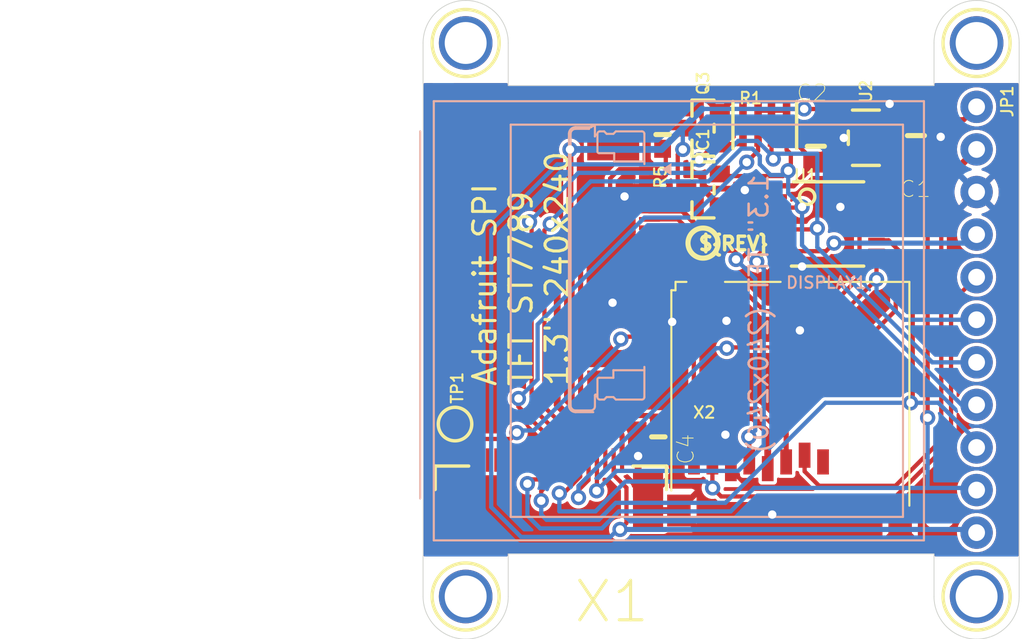
<source format=kicad_pcb>
(kicad_pcb (version 20221018) (generator pcbnew)
  (layers (0 "F.Cu" signal) (1 "In1.Cu" signal) (2 "In2.Cu" signal) (3 "In3.Cu" signal) (4 "In4.Cu" signal) (5 "In5.Cu" signal) (6 "In6.Cu" signal) (7 "In7.Cu" signal) (8 "In8.Cu" signal) (9 "In9.Cu" signal) (10 "In10.Cu" signal) (11 "In11.Cu" signal) (12 "In12.Cu" signal) (13 "In13.Cu" signal) (14 "In14.Cu" signal) (31 "B.Cu" signal) (34 "B.Paste" user) (35 "F.Paste" user) (36 "B.SilkS" user "B.Silkscreen") (37 "F.SilkS" user "F.Silkscreen") (38 "B.Mask" user) (39 "F.Mask" user) (44 "Edge.Cuts" user))
  (net 0 "")
  (net 1 "GND")
  (net 2 "SCK")
  (net 3 "SCK_3V")
  (net 4 "MOSI")
  (net 5 "MOSI_3V")
  (net 6 "MISO")
  (net 7 "+3V3")
  (net 8 "CARDCS")
  (net 9 "CARDCS_3V")
  (net 10 "LEDK")
  (net 11 "BACKLIGHT")
  (net 12 "TFTDC")
  (net 13 "TFTDC_3V")
  (net 14 "TFTCS_3V")
  (net 15 "TFTCS")
  (net 16 "RESET")
  (net 17 "VIN")
  (net 18 "RESET_3V")
  (net 19 "N$1")
  (net 20 "TE")
  (footprint "working:MICROSD" (layer "F.Cu") (at 152.8191 110.3376)
    (fp_text reference "X2")
    (fp_text value "MicroSD")
  )
  (footprint "working:SOT23-WIDE" (layer "F.Cu") (at 147.4216 93.5736 90)
    (fp_text reference "Q3")
    (fp_text value "BSS138")
  )
  (footprint "working:SOT23-WIDE" (layer "F.Cu") (at 147.4216 97.2566 90)
    (fp_text reference "IC1")
    (fp_text value "RESET_SUPERVISORAPX80X_SA")
  )
  (footprint "working:MOUNTINGHOLE_2.5_PLATED" (layer "F.Cu") (at 133.2611 121.5136)
    (fp_text reference "U$8" hide)
    (fp_text value "MOUNTINGHOLE2.5" hide)
  )
  (footprint "working:FIDUCIAL_1MM" (layer "F.Cu") (at 131.9276 91.7956)
    (fp_text reference "U$4" hide)
    (fp_text value "FIDUCIAL" hide)
  )
  (footprint "working:FIDUCIAL_1MM" (layer "F.Cu") (at 161.5186 116.5606)
    (fp_text reference "U$5" hide)
    (fp_text value "FIDUCIAL" hide)
  )
  (footprint "working:PLABEL7" (layer "F.Cu") (at 159.9946 102.9716)
    (fp_text reference "PLABEL7" hide)
    (fp_text value "" hide)
  )
  (footprint "working:PLABEL10" (layer "F.Cu") (at 162.4711 96.1136 90)
    (fp_text reference "PLABEL10" hide)
    (fp_text value "" hide)
  )
  (footprint "working:EYE_SPI_DISPLAY_BOTCONTACT" (layer "F.Cu") (at 138.3411 114.5286)
    (fp_text reference "X1")
    (fp_text value "EYE_SPI_DISPLAY_FLIP")
  )
  (footprint "working:PCBFEAT-REV-040" (layer "F.Cu") (at 147.4216 100.4316)
    (fp_text reference "U$2" hide)
    (fp_text value "" hide)
  )
  (footprint "working:PLABEL3" (layer "F.Cu") (at 159.9946 115.4811)
    (fp_text reference "PLABEL3" hide)
    (fp_text value "" hide)
  )
  (footprint "working:TFT_1.3IN_240X240_24P" (layer "F.Cu") (at 143.6116 101.7651 -90)
    (fp_text reference "DISPLAY1")
    (fp_text value "DISP_LCD_ST7789_1.3IN" hide)
  )
  (footprint "working:PLABEL5" (layer "F.Cu") (at 162.4711 106.5911 90)
    (fp_text reference "PLABEL5" hide)
    (fp_text value "" hide)
  )
  (footprint "working:PLABEL2" (layer "F.Cu") (at 159.8041 113.1951)
    (fp_text reference "PLABEL2" hide)
    (fp_text value "" hide)
  )
  (footprint "working:TESTPOINT_ROUND_1.5MM" (layer "F.Cu") (at 132.6261 111.2266 90)
    (fp_text reference "TP1")
    (fp_text value "")
  )
  (footprint "working:PLABEL9" (layer "F.Cu") (at 159.6771 97.8281)
    (fp_text reference "PLABEL9" hide)
    (fp_text value "" hide)
  )
  (footprint "working:MOUNTINGHOLE_2.5_PLATED" (layer "F.Cu") (at 163.7411 121.5136)
    (fp_text reference "U$10" hide)
    (fp_text value "MOUNTINGHOLE2.5" hide)
  )
  (footprint "working:0603-NO" (layer "F.Cu") (at 144.7546 111.9886 -90)
    (fp_text reference "C4")
    (fp_text value "0.1uF")
  )
  (footprint "working:RESPACK_4X0603" (layer "F.Cu") (at 151.1046 93.3831)
    (fp_text reference "R1")
    (fp_text value "10K pack")
  )
  (footprint "working:PLABEL11" (layer "F.Cu") (at 132.3721 112.9411)
    (fp_text reference "PLABEL11" hide)
    (fp_text value "" hide)
  )
  (footprint "working:MOUNTINGHOLE_2.5_PLATED" (layer "F.Cu") (at 163.7411 88.4936)
    (fp_text reference "U$9" hide)
    (fp_text value "MOUNTINGHOLE2.5" hide)
  )
  (footprint "working:0603-NO" (layer "F.Cu") (at 145.0086 93.9546 -90)
    (fp_text reference "R5")
    (fp_text value "10")
  )
  (footprint "working:0805-NO" (layer "F.Cu") (at 160.1216 94.0181 -90)
    (fp_text reference "C1")
    (fp_text value "10uF")
  )
  (footprint "working:TSSOP16" (layer "F.Cu") (at 154.8511 99.2886 -90)
    (fp_text reference "U1")
    (fp_text value "74HC4050")
  )
  (footprint "working:PLABEL6" (layer "F.Cu") (at 159.9311 100.3681)
    (fp_text reference "PLABEL6" hide)
    (fp_text value "" hide)
  )
  (footprint "working:SOT23-5" (layer "F.Cu") (at 157.1371 94.1451 90)
    (fp_text reference "U2")
    (fp_text value "AP2127K-3.3")
  )
  (footprint "working:PLABEL13" (layer "F.Cu") (at 136.6901 111.6711)
    (fp_text reference "PLABEL13" hide)
    (fp_text value "" hide)
  )
  (footprint "working:PLABEL0" (layer "F.Cu") (at 160.5026 92.3036)
    (fp_text reference "PLABEL0" hide)
    (fp_text value "" hide)
  )
  (footprint "working:1X11_ROUND_76" (layer "F.Cu") (at 163.7411 105.0036 -90)
    (fp_text reference "JP1")
    (fp_text value "")
  )
  (footprint "working:PLABEL8" (layer "F.Cu") (at 160.6296 118.6561)
    (fp_text reference "PLABEL8" hide)
    (fp_text value "" hide)
  )
  (footprint "working:0805-NO" (layer "F.Cu") (at 154.1526 94.6531 90)
    (fp_text reference "C2")
    (fp_text value "10uF")
  )
  (footprint "working:MOUNTINGHOLE_2.5_PLATED" (layer "F.Cu") (at 133.2611 88.4936)
    (fp_text reference "U$7" hide)
    (fp_text value "MOUNTINGHOLE2.5" hide)
  )
  (footprint "working:PLABEL4" (layer "F.Cu") (at 159.9311 108.0516)
    (fp_text reference "PLABEL4" hide)
    (fp_text value "" hide)
  )
  (footprint "working:PLABEL1" (layer "F.Cu") (at 160.0581 110.5281)
    (fp_text reference "PLABEL1" hide)
    (fp_text value "" hide)
  )
  (footprint "working:PLABEL18" (layer "B.Cu") (at 165.4556 103.4161 90)
    (fp_text reference "PLABEL18" hide)
    (fp_text value "" hide)
  )
  (footprint "working:PLABEL15" (layer "B.Cu") (at 162.2806 96.1771 90)
    (fp_text reference "PLABEL15" hide)
    (fp_text value "" hide)
  )
  (footprint "working:PLABEL24" (layer "B.Cu") (at 165.5191 119.1006 90)
    (fp_text reference "PLABEL24" hide)
    (fp_text value "" hide)
  )
  (footprint "working:PLABEL23" (layer "B.Cu") (at 161.8361 116.7511 90)
    (fp_text reference "PLABEL23" hide)
    (fp_text value "" hide)
  )
  (footprint "working:PLABEL14" (layer "B.Cu") (at 165.4556 93.5736 90)
    (fp_text reference "PLABEL14" hide)
    (fp_text value "" hide)
  )
  (footprint "working:PLABEL21" (layer "B.Cu") (at 162.0266 111.3536 90)
    (fp_text reference "PLABEL21" hide)
    (fp_text value "" hide)
  )
  (footprint "working:PLABEL20" (layer "B.Cu") (at 165.4556 108.9406 90)
    (fp_text reference "PLABEL20" hide)
    (fp_text value "" hide)
  )
  (footprint "working:PLABEL22" (layer "B.Cu") (at 165.5826 113.9571 90)
    (fp_text reference "PLABEL22" hide)
    (fp_text value "" hide)
  )
  (footprint "working:PLABEL19" (layer "B.Cu") (at 161.9631 105.6386 90)
    (fp_text reference "PLABEL19" hide)
    (fp_text value "" hide)
  )
  (footprint "working:PLABEL16" (layer "B.Cu") (at 165.4556 99.0346 90)
    (fp_text reference "PLABEL16" hide)
    (fp_text value "" hide)
  )
  (footprint "working:PLABEL17" (layer "B.Cu") (at 162.0266 101.4476 90)
    (fp_text reference "PLABEL17" hide)
    (fp_text value "" hide)
  )
  (gr_arc (start 163.7411 124.0536) (mid 161.945049 123.309651) (end 161.2011 121.5136) (stroke (width 0.05)) (layer "Edge.Cuts"))
  (gr_line (start 166.2811 121.5136) (end 166.2811 88.4936) (stroke (width 0.05)) (layer "Edge.Cuts"))
  (gr_arc (start 130.7211 88.4936) (mid 131.465049 86.697549) (end 133.2611 85.9536) (stroke (width 0.05)) (layer "Edge.Cuts"))
  (gr_arc (start 163.7411 85.9536) (mid 165.537151 86.697549) (end 166.2811 88.4936) (stroke (width 0.05)) (layer "Edge.Cuts"))
  (gr_line (start 135.8011 91.0336) (end 135.8011 88.4936) (stroke (width 0.05)) (layer "Edge.Cuts"))
  (gr_line (start 135.8011 121.5136) (end 135.8011 118.9736) (stroke (width 0.05)) (layer "Edge.Cuts"))
  (gr_arc (start 135.8011 121.5136) (mid 135.057151 123.309651) (end 133.2611 124.0536) (stroke (width 0.05)) (layer "Edge.Cuts"))
  (gr_line (start 135.8011 118.9736) (end 161.2011 118.9736) (stroke (width 0.05)) (layer "Edge.Cuts"))
  (gr_arc (start 133.2611 124.0536) (mid 131.465049 123.309651) (end 130.7211 121.5136) (stroke (width 0.05)) (layer "Edge.Cuts"))
  (gr_line (start 161.2011 88.4936) (end 161.2011 91.0336) (stroke (width 0.05)) (layer "Edge.Cuts"))
  (gr_line (start 130.7211 88.4936) (end 130.7211 121.5136) (stroke (width 0.05)) (layer "Edge.Cuts"))
  (gr_arc (start 161.2011 88.4936) (mid 161.945049 86.697549) (end 163.7411 85.9536) (stroke (width 0.05)) (layer "Edge.Cuts"))
  (gr_line (start 161.2011 91.0336) (end 135.8011 91.0336) (stroke (width 0.05)) (layer "Edge.Cuts"))
  (gr_arc (start 133.2611 85.9536) (mid 135.057151 86.697549) (end 135.8011 88.4936) (stroke (width 0.05)) (layer "Edge.Cuts"))
  (gr_arc (start 166.2811 121.5136) (mid 165.537151 123.309651) (end 163.7411 124.0536) (stroke (width 0.05)) (layer "Edge.Cuts"))
  (gr_line (start 161.2011 118.9736) (end 161.2011 121.5136) (stroke (width 0.05)) (layer "Edge.Cuts"))
  (gr_text "Adafruit SPI\nTFT ST7789\n1.3\" 240x240\n" (at 136.5631 109.0676 90) (layer "F.SilkS") (effects (font (size 1.34112 1.34112) (thickness 0.18288)) (justify left)))
  (segment (start 144.2276 97.0151) (end 143.31 97.0151) (width 0.254) (layer "F.Cu") (net 1))
  (segment (start 144.1411 115.6806) (end 144.1411 116.3846) (width 0.4064) (layer "F.Cu") (net 1))
  (segment (start 143.5481 113.1316) (end 143.5481 115.4686) (width 0.4064) (layer "F.Cu") (net 1))
  (segment (start 143.7601 115.6806) (end 143.5481 115.4686) (width 0.4064) (layer "F.Cu") (net 1))
  (segment (start 144.2276 104.5151) (end 142.5516 104.5151) (width 0.254) (layer "F.Cu") (net 1))
  (segment (start 159.8651 94.9681) (end 159.0421 94.1451) (width 0.4064) (layer "F.Cu") (net 1))
  (segment (start 144.2276 107.0151) (end 141.0081 107.0151) (width 0.3048) (layer "F.Cu") (net 1))
  (segment (start 141.0081 105.0036) (end 141.0081 107.0151) (width 0.3048) (layer "F.Cu") (net 1))
  (segment (start 144.2276 105.0151) (end 144.2276 105.5151) (width 0.254) (layer "F.Cu") (net 1))
  (segment (start 159.8651 94.9681) (end 160.1216 94.9681) (width 0.4064) (layer "F.Cu") (net 1))
  (segment (start 143.31 97.0151) (end 142.7393 97.5858) (width 0.254) (layer "F.Cu") (net 1))
  (segment (start 144.2276 107.0151) (end 145.4531 107.0151) (width 0.3048) (layer "F.Cu") (net 1))
  (segment (start 144.1411 115.6806) (end 143.7601 115.6806) (width 0.4064) (layer "F.Cu") (net 1))
  (segment (start 142.0241 103.9876) (end 142.5516 104.5151) (width 0.254) (layer "F.Cu") (net 1))
  (segment (start 141.0081 105.0036) (end 142.0241 103.9876) (width 0.3048) (layer "F.Cu") (net 1))
  (segment (start 145.9801 116.3846) (end 144.1411 116.3846) (width 0.4064) (layer "F.Cu") (net 1))
  (segment (start 142.7393 97.5858) (end 142.7393 97.6493) (width 0.254) (layer "F.Cu") (net 1))
  (segment (start 145.4531 105.1306) (end 145.4531 107.0151) (width 0.254) (layer "F.Cu") (net 1))
  (segment (start 159.0421 94.1451) (end 158.4372 94.1451) (width 0.4064) (layer "F.Cu") (net 1))
  (via (at 148.8186 105.0671) (size 0.9064) (drill 0.5) (layers "F.Cu" "B.Cu") (net 1))
  (via (at 142.7393 97.6493) (size 0.9064) (drill 0.5) (layers "F.Cu" "B.Cu") (net 1))
  (via (at 161.5988 94.0933) (size 0.9064) (drill 0.5) (layers "F.Cu" "B.Cu") (net 1))
  (via (at 153.2001 105.6386) (size 0.9064) (drill 0.5) (layers "F.Cu" "B.Cu") (net 1))
  (via (at 148.7551 111.8616) (size 0.9064) (drill 0.5) (layers "F.Cu" "B.Cu") (net 1))
  (via (at 155.6131 98.2726) (size 0.9064) (drill 0.5) (layers "F.Cu" "B.Cu") (net 1))
  (via (at 151.5491 116.6241) (size 0.9064) (drill 0.5) (layers "F.Cu" "B.Cu") (net 1))
  (via (at 153.3271 101.8286) (size 0.9064) (drill 0.5) (layers "F.Cu" "B.Cu") (net 1))
  (via (at 142.0241 103.9876) (size 0.9064) (drill 0.5) (layers "F.Cu" "B.Cu") (net 1))
  (via (at 155.8203 94.1568) (size 0.9064) (drill 0.5) (layers "F.Cu" "B.Cu") (net 1))
  (via (at 149.9148 97.2683) (size 0.9064) (drill 0.5) (layers "F.Cu" "B.Cu") (net 1))
  (via (at 143.5481 113.1316) (size 0.9064) (drill 0.5) (layers "F.Cu" "B.Cu") (net 1))
  (via (at 158.5508 92.1248) (size 0.9064) (drill 0.5) (layers "F.Cu" "B.Cu") (net 1))
  (via (at 145.5801 105.1306) (size 0.9064) (drill 0.5) (layers "F.Cu" "B.Cu") (net 1))
  (segment (start 150.5331 101.3206) (end 150.5331 101.4417) (width 0.254) (layer "F.Cu") (net 2))
  (segment (start 154.7501 100.9136) (end 155.2321 100.4316) (width 0.254) (layer "F.Cu") (net 2))
  (segment (start 151.9333 100.9136) (end 150.9401 100.9136) (width 0.254) (layer "F.Cu") (net 2))
  (segment (start 141.0911 115.1862) (end 141.0716 115.2057) (width 0.254) (layer "F.Cu") (net 2))
  (segment (start 151.9333 100.9136) (end 154.7501 100.9136) (width 0.254) (layer "F.Cu") (net 2))
  (segment (start 150.9401 100.9136) (end 150.5331 101.3206) (width 0.254) (layer "F.Cu") (net 2))
  (segment (start 150.5331 101.4417) (end 150.6266 101.5352) (width 0.254) (layer "F.Cu") (net 2))
  (segment (start 141.0911 113.3746) (end 141.0911 115.1862) (width 0.254) (layer "F.Cu") (net 2))
  (via (at 155.2321 100.4316) (size 0.9064) (drill 0.5) (layers "F.Cu" "B.Cu") (net 2))
  (via (at 150.6266 101.5352) (size 0.9064) (drill 0.5) (layers "F.Cu" "B.Cu") (net 2))
  (via (at 141.0716 115.2057) (size 0.9064) (drill 0.5) (layers "F.Cu" "B.Cu") (net 2))
  (segment (start 151.0411 101.9497) (end 151.0411 112.4966) (width 0.254) (layer "B.Cu") (net 2))
  (segment (start 151.0411 112.4966) (end 149.5171 114.0206) (width 0.254) (layer "B.Cu") (net 2))
  (segment (start 149.5171 114.0206) (end 142.2567 114.0206) (width 0.254) (layer "B.Cu") (net 2))
  (segment (start 141.0716 115.2057) (end 142.2567 114.0206) (width 0.254) (layer "B.Cu") (net 2))
  (segment (start 150.6266 101.5352) (end 151.0411 101.9497) (width 0.254) (layer "B.Cu") (net 2))
  (segment (start 155.2321 100.4316) (end 163.2331 100.4316) (width 0.3048) (layer "B.Cu") (net 2))
  (segment (start 163.2331 100.4316) (end 163.7411 99.9236) (width 0.3048) (layer "B.Cu") (net 2))
  (segment (start 149.3901 101.4066) (end 149.6473 101.4066) (width 0.254) (layer "F.Cu") (net 3))
  (segment (start 144.2276 100.0151) (end 145.5466 100.0151) (width 0.254) (layer "F.Cu") (net 3))
  (segment (start 149.3901 101.4066) (end 149.3901 101.0256) (width 0.254) (layer "F.Cu") (net 3))
  (segment (start 146.4188 100.8873) (end 149.2518 100.8873) (width 0.254) (layer "F.Cu") (net 3))
  (segment (start 150.7903 100.2636) (end 149.6473 101.4066) (width 0.254) (layer "F.Cu") (net 3))
  (segment (start 145.5466 100.0151) (end 146.4188 100.8873) (width 0.254) (layer "F.Cu") (net 3))
  (segment (start 150.1801 112.0166) (end 150.1521 111.9886) (width 0.3048) (layer "F.Cu") (net 3))
  (segment (start 150.1801 113.4846) (end 150.1801 112.0166) (width 0.254) (layer "F.Cu") (net 3))
  (segment (start 150.7903 100.2636) (end 151.9333 100.2636) (width 0.254) (layer "F.Cu") (net 3))
  (segment (start 149.3901 101.0256) (end 149.2518 100.8873) (width 0.254) (layer "F.Cu") (net 3))
  (via (at 149.3901 101.4066) (size 0.9064) (drill 0.5) (layers "F.Cu" "B.Cu") (net 3))
  (via (at 150.1521 111.9886) (size 0.9064) (drill 0.5) (layers "F.Cu" "B.Cu") (net 3))
  (segment (start 150.5331 102.5496) (end 150.5331 111.6076) (width 0.254) (layer "B.Cu") (net 3))
  (segment (start 149.3901 101.4066) (end 150.5331 102.5496) (width 0.254) (layer "B.Cu") (net 3))
  (segment (start 150.1521 111.9886) (end 150.5331 111.6076) (width 0.254) (layer "B.Cu") (net 3))
  (segment (start 140.5911 113.3746) (end 140.5911 114.5646) (width 0.254) (layer "F.Cu") (net 4))
  (segment (start 139.9921 115.1636) (end 139.9921 115.6081) (width 0.254) (layer "F.Cu") (net 4))
  (segment (start 157.7721 102.4636) (end 157.7721 102.5906) (width 0.3048) (layer "F.Cu") (net 4))
  (segment (start 153.7081 106.6546) (end 148.8821 106.6546) (width 0.254) (layer "F.Cu") (net 4))
  (segment (start 148.83555 106.70115) (end 148.8821 106.6546) (width 0.254) (layer "F.Cu") (net 4))
  (segment (start 140.5911 114.5646) (end 139.9921 115.1636) (width 0.254) (layer "F.Cu") (net 4))
  (segment (start 157.7689 101.5636) (end 157.7689 102.4604) (width 0.254) (layer "F.Cu") (net 4))
  (segment (start 157.7721 102.4636) (end 157.7689 102.4604) (width 0.3048) (layer "F.Cu") (net 4))
  (segment (start 157.7721 102.5906) (end 153.7081 106.6546) (width 0.254) (layer "F.Cu") (net 4))
  (via (at 148.83555 106.70115) (size 0.9064) (drill 0.5) (layers "F.Cu" "B.Cu") (net 4))
  (via (at 157.7721 102.5906) (size 0.9064) (drill 0.5) (layers "F.Cu" "B.Cu") (net 4))
  (via (at 139.9921 115.6081) (size 0.9064) (drill 0.5) (layers "F.Cu" "B.Cu") (net 4))
  (segment (start 148.20055 106.70115) (end 139.9921 114.9096) (width 0.254) (layer "B.Cu") (net 4))
  (segment (start 159.4231 105.0036) (end 163.7411 105.0036) (width 0.254) (layer "B.Cu") (net 4))
  (segment (start 157.7721 102.5906) (end 157.7721 103.3526) (width 0.254) (layer "B.Cu") (net 4))
  (segment (start 148.83555 106.70115) (end 148.20055 106.70115) (width 0.254) (layer "B.Cu") (net 4))
  (segment (start 139.9921 115.6081) (end 139.9921 114.9096) (width 0.254) (layer "B.Cu") (net 4))
  (segment (start 157.7721 103.3526) (end 159.4231 105.0036) (width 0.254) (layer "B.Cu") (net 4))
  (segment (start 144.2276 101.5151) (end 145.416937 101.5151) (width 0.254) (layer "F.Cu") (net 5))
  (segment (start 152.3801 113.4846) (end 152.3801 111.8616) (width 0.3048) (layer "F.Cu") (net 5))
  (segment (start 150.627043 110.3122) (end 152.176443 111.8616) (width 0.254) (layer "F.Cu") (net 5))
  (segment (start 145.416937 101.5151) (end 146.3499 102.448063) (width 0.254) (layer "F.Cu") (net 5))
  (segment (start 152.176443 111.8616) (end 152.3801 111.8616) (width 0.254) (layer "F.Cu") (net 5))
  (segment (start 147.3327 110.3122) (end 150.627043 110.3122) (width 0.254) (layer "F.Cu") (net 5))
  (segment (start 146.3499 104.6655) (end 146.8715 105.1871) (width 0.254) (layer "F.Cu") (net 5))
  (segment (start 152.3801 111.8616) (end 152.3801 110.9726) (width 0.3048) (layer "F.Cu") (net 5))
  (segment (start 146.3499 102.448063) (end 146.3499 104.6655) (width 0.254) (layer "F.Cu") (net 5))
  (segment (start 158.915096 104.437597) (end 158.9151 104.4376) (width 0.254) (layer "F.Cu") (net 5))
  (segment (start 158.2541 100.9136) (end 157.7689 100.9136) (width 0.254) (layer "F.Cu") (net 5))
  (segment (start 158.9151 104.4376) (end 152.3801 110.9726) (width 0.254) (layer "F.Cu") (net 5))
  (segment (start 146.8715 109.851) (end 147.3327 110.3122) (width 0.254) (layer "F.Cu") (net 5))
  (segment (start 158.915096 101.574597) (end 158.915096 104.437597) (width 0.254) (layer "F.Cu") (net 5))
  (segment (start 146.8715 105.1871) (end 146.8715 109.851) (width 0.254) (layer "F.Cu") (net 5))
  (segment (start 158.2541 100.9136) (end 158.915096 101.574597) (width 0.254) (layer "F.Cu") (net 5))
  (segment (start 163.7411 102.4636) (end 162.2171 103.9876) (width 0.254) (layer "F.Cu") (net 6))
  (segment (start 139.1031 115.3541) (end 138.8491 115.3541) (width 0.254) (layer "F.Cu") (net 6))
  (segment (start 148.5011 115.5446) (end 147.9931 115.0366) (width 0.254) (layer "F.Cu") (net 6))
  (segment (start 147.9801 113.4846) (end 147.9801 115.0236) (width 0.254) (layer "F.Cu") (net 6))
  (segment (start 158.9151 115.5446) (end 162.2171 112.2426) (width 0.254) (layer "F.Cu") (net 6))
  (segment (start 162.2171 112.2426) (end 162.2171 103.9876) (width 0.254) (layer "F.Cu") (net 6))
  (segment (start 147.9931 115.0366) (end 147.9801 115.0236) (width 0.254) (layer "F.Cu") (net 6))
  (segment (start 148.5011 115.5446) (end 158.9151 115.5446) (width 0.254) (layer "F.Cu") (net 6))
  (segment (start 140.0911 113.3746) (end 140.0911 114.3661) (width 0.254) (layer "F.Cu") (net 6))
  (segment (start 140.0911 114.3661) (end 139.1031 115.3541) (width 0.254) (layer "F.Cu") (net 6))
  (via (at 147.9931 115.0366) (size 0.9064) (drill 0.5) (layers "F.Cu" "B.Cu") (net 6))
  (via (at 138.8491 115.3541) (size 0.9064) (drill 0.5) (layers "F.Cu" "B.Cu") (net 6))
  (segment (start 138.8491 116.4336) (end 138.8491 115.3541) (width 0.254) (layer "B.Cu") (net 6))
  (segment (start 142.7861 114.6556) (end 141.0081 116.4336) (width 0.254) (layer "B.Cu") (net 6))
  (segment (start 147.9931 115.0366) (end 147.6121 114.6556) (width 0.254) (layer "B.Cu") (net 6))
  (segment (start 147.6121 114.6556) (end 142.7861 114.6556) (width 0.254) (layer "B.Cu") (net 6))
  (segment (start 141.0081 116.4336) (end 138.8491 116.4336) (width 0.254) (layer "B.Cu") (net 6))
  (segment (start 163.7411 94.8436) (end 162.4076 96.1771) (width 0.4064) (layer "F.Cu") (net 7))
  (segment (start 141.8796 98.7981) (end 140.1191 100.5586) (width 0.3048) (layer "F.Cu") (net 7))
  (segment (start 144.7546 111.1386) (end 144.7546 111.2266) (width 0.254) (layer "F.Cu") (net 7))
  (segment (start 141.8796 98.5266) (end 141.954996 98.5266) (width 0.254) (layer "F.Cu") (net 7))
  (segment (start 150.4061 110.8456) (end 151.2801 111.7196) (width 0.4064) (layer "F.Cu") (net 7))
  (segment (start 151.9301 97.0104) (end 151.9333 97.0136) (width 0.3048) (layer "F.Cu") (net 7))
  (segment (start 151.9333 97.0136) (end 152.8159 97.0136) (width 0.3048) (layer "F.Cu") (net 7))
  (segment (start 144.2276 98.0151) (end 144.2276 97.5151) (width 0.3048) (layer "F.Cu") (net 7))
  (segment (start 153.009581 94.523582) (end 154.0891 95.6031) (width 0.254) (layer "F.Cu") (net 7))
  (segment (start 144.2276 98.5151) (end 144.2276 98.0151) (width 0.3048) (layer "F.Cu") (net 7))
  (segment (start 144.2276 96.0151) (end 142.4401 96.0151) (width 0.254) (layer "F.Cu") (net 7))
  (segment (start 162.4076 96.1771) (end 156.919 96.1771) (width 0.4064) (layer "F.Cu") (net 7))
  (segment (start 150.6252 97.697525) (end 151.309125 97.0136) (width 0.3048) (layer "F.Cu") (net 7))
  (segment (start 150.6252 98.3075) (end 150.6252 97.697525) (width 0.3048) (layer "F.Cu") (net 7))
  (segment (start 141.8796 98.5266) (end 141.8796 98.7981) (width 0.254) (layer "F.Cu") (net 7))
  (segment (start 144.7546 111.2266) (end 144.8181 111.1631) (width 0.254) (layer "F.Cu") (net 7))
  (segment (start 147.0836 99.4171) (end 149.5156 99.4171) (width 0.3048) (layer "F.Cu") (net 7))
  (segment (start 142.4401 96.0151) (end 141.8796 96.5756) (width 0.254) (layer "F.Cu") (net 7))
  (segment (start 153.009615 94.523547) (end 153.009581 94.523582) (width 0.254) (layer "F.Cu") (net 7))
  (segment (start 145.1356 110.8456) (end 144.8181 111.1631) (width 0.4064) (layer "F.Cu") (net 7))
  (segment (start 140.1191 110.584994) (end 140.252706 110.7186) (width 0.3048) (layer "F.Cu") (net 7))
  (segment (start 144.2466 110.7186) (end 144.7546 111.2266) (width 0.3048) (layer "F.Cu") (net 7))
  (segment (start 151.9269 97.0136) (end 151.9301 97.0104) (width 0.3048) (layer "F.Cu") (net 7))
  (segment (start 154.6606 95.0951) (end 154.1526 95.6031) (width 0.4064) (layer "F.Cu") (net 7))
  (segment (start 144.2276 98.5151) (end 146.1816 98.5151) (width 0.3048) (layer "F.Cu") (net 7))
  (segment (start 146.1816 98.5151) (end 147.0836 99.4171) (width 0.3048) (layer "F.Cu") (net 7))
  (segment (start 154.1526 95.6769) (end 152.8159 97.0136) (width 0.3048) (layer "F.Cu") (net 7))
  (segment (start 152.760075 93.3831) (end 150.4061 93.3831) (width 0.254) (layer "F.Cu") (net 7))
  (segment (start 149.8046 92.7816) (end 149.8046 92.5331) (width 0.254) (layer "F.Cu") (net 7))
  (segment (start 149.5156 99.4171) (end 150.6252 98.3075) (width 0.3048) (layer "F.Cu") (net 7))
  (segment (start 151.309125 97.0136) (end 151.9269 97.0136) (width 0.3048) (layer "F.Cu") (net 7))
  (segment (start 153.009615 93.632641) (end 153.009615 94.523547) (width 0.254) (layer "F.Cu") (net 7))
  (segment (start 154.1526 95.6031) (end 154.1526 95.6769) (width 0.3048) (layer "F.Cu") (net 7))
  (segment (start 140.1191 100.5586) (end 140.1191 110.584994) (width 0.3048) (layer "F.Cu") (net 7))
  (segment (start 150.4061 93.3831) (end 149.8046 92.7816) (width 0.254) (layer "F.Cu") (net 7))
  (segment (start 140.252706 110.7186) (end 144.2466 110.7186) (width 0.3048) (layer "F.Cu") (net 7))
  (segment (start 152.760075 93.3831) (end 153.009615 93.632641) (width 0.254) (layer "F.Cu") (net 7))
  (segment (start 154.1526 95.6031) (end 154.0891 95.6031) (width 0.254) (layer "F.Cu") (net 7))
  (segment (start 145.1356 110.8456) (end 150.4061 110.8456) (width 0.4064) (layer "F.Cu") (net 7))
  (segment (start 155.837 95.0951) (end 154.6606 95.0951) (width 0.4064) (layer "F.Cu") (net 7))
  (segment (start 141.8796 96.5756) (end 141.8796 98.5266) (width 0.254) (layer "F.Cu") (net 7))
  (segment (start 151.2801 111.7196) (end 151.2801 113.8846) (width 0.4064) (layer "F.Cu") (net 7))
  (segment (start 156.919 96.1771) (end 155.837 95.0951) (width 0.4064) (layer "F.Cu") (net 7))
  (segment (start 141.966496 98.5151) (end 141.954996 98.5266) (width 0.254) (layer "F.Cu") (net 7))
  (segment (start 144.2276 98.5151) (end 141.966496 98.5151) (width 0.254) (layer "F.Cu") (net 7))
  (segment (start 138.0911 113.3746) (end 138.0911 114.2001) (width 0.254) (layer "F.Cu") (net 8))
  (segment (start 157.7689 98.3136) (end 160.0991 98.3136) (width 0.254) (layer "F.Cu") (net 8))
  (segment (start 150.7046 94.2331) (end 150.7046 94.9261) (width 0.254) (layer "F.Cu") (net 8))
  (segment (start 138.0911 114.2001) (end 137.7626 114.5286) (width 0.254) (layer "F.Cu") (net 8))
  (segment (start 160.0991 98.3136) (end 160.820096 99.034597) (width 0.254) (layer "F.Cu") (net 8))
  (segment (start 160.820096 99.034597) (end 160.820096 110.464194) (width 0.254) (layer "F.Cu") (net 8))
  (segment (start 137.7626 114.5286) (end 137.1981 114.5286) (width 0.254) (layer "F.Cu") (net 8))
  (segment (start 160.820096 110.464194) (end 160.81969 110.4646) (width 0.254) (layer "F.Cu") (net 8))
  (segment (start 160.81969 110.4646) (end 160.81969 110.84601) (width 0.254) (layer "F.Cu") (net 8))
  (segment (start 136.4107 109.7026) (end 136.4107 110.189782) (width 0.254) (layer "F.Cu") (net 8))
  (segment (start 150.7046 94.9261) (end 150.0251 95.6056) (width 0.254) (layer "F.Cu") (net 8))
  (segment (start 136.9441 114.7826) (end 137.1981 114.5286) (width 0.254) (layer "F.Cu") (net 8))
  (segment (start 138.0911 113.3746) (end 138.0911 111.870182) (width 0.254) (layer "F.Cu") (net 8))
  (segment (start 138.0911 111.870182) (end 136.4107 110.189782) (width 0.254) (layer "F.Cu") (net 8))
  (via (at 150.0251 95.6056) (size 0.9064) (drill 0.5) (layers "F.Cu" "B.Cu") (net 8))
  (via (at 160.81969 110.84601) (size 0.9064) (drill 0.5) (layers "F.Cu" "B.Cu") (net 8))
  (via (at 136.4107 109.7026) (size 0.9064) (drill 0.5) (layers "F.Cu" "B.Cu") (net 8))
  (via (at 136.9441 114.7826) (size 0.9064) (drill 0.5) (layers "F.Cu" "B.Cu") (net 8))
  (segment (start 160.81969 115.036191) (end 160.8201 115.0366) (width 0.254) (layer "B.Cu") (net 8))
  (segment (start 163.6141 115.0366) (end 163.7411 115.1636) (width 0.254) (layer "B.Cu") (net 8))
  (segment (start 141.3891 117.4496) (end 137.7061 117.4496) (width 0.254) (layer "B.Cu") (net 8))
  (segment (start 150.0251 95.6056) (end 146.7231 98.9076) (width 0.254) (layer "B.Cu") (net 8))
  (segment (start 143.9291 98.9076) (end 137.5537 105.283) (width 0.254) (layer "B.Cu") (net 8))
  (segment (start 160.8201 115.0366) (end 163.6141 115.0366) (width 0.254) (layer "B.Cu") (net 8))
  (segment (start 149.0726 116.4336) (end 142.4051 116.4336) (width 0.254) (layer "B.Cu") (net 8))
  (segment (start 150.4696 115.0366) (end 160.8201 115.0366) (width 0.254) (layer "B.Cu") (net 8))
  (segment (start 137.7061 117.4496) (end 136.9441 116.6876) (width 0.254) (layer "B.Cu") (net 8))
  (segment (start 137.5537 105.283) (end 137.5537 108.5596) (width 0.254) (layer "B.Cu") (net 8))
  (segment (start 136.9441 114.7826) (end 136.9441 116.6876) (width 0.254) (layer "B.Cu") (net 8))
  (segment (start 146.7231 98.9076) (end 143.9291 98.9076) (width 0.254) (layer "B.Cu") (net 8))
  (segment (start 160.81969 110.84601) (end 160.81969 115.036191) (width 0.254) (layer "B.Cu") (net 8))
  (segment (start 136.4107 109.7026) (end 137.5537 108.5596) (width 0.254) (layer "B.Cu") (net 8))
  (segment (start 149.0726 116.4336) (end 150.4696 115.0366) (width 0.254) (layer "B.Cu") (net 8))
  (segment (start 142.4051 116.4336) (end 141.3891 117.4496) (width 0.254) (layer "B.Cu") (net 8))
  (segment (start 154.3431 114.9096) (end 158.903518 114.9096) (width 0.254) (layer "F.Cu") (net 9))
  (segment (start 153.4801 113.0846) (end 153.4801 114.0466) (width 0.254) (layer "F.Cu") (net 9))
  (segment (start 161.6329 112.180219) (end 161.6329 98.8314) (width 0.254) (layer "F.Cu") (net 9))
  (segment (start 160.4651 97.6636) (end 157.7689 97.6636) (width 0.254) (layer "F.Cu") (net 9))
  (segment (start 158.903518 114.9096) (end 161.6329 112.180219) (width 0.254) (layer "F.Cu") (net 9))
  (segment (start 161.6329 98.8314) (end 160.4651 97.6636) (width 0.254) (layer "F.Cu") (net 9))
  (segment (start 153.4801 114.0466) (end 154.3431 114.9096) (width 0.254) (layer "F.Cu") (net 9))
  (segment (start 145.0086 94.8046) (end 145.1991 94.9951) (width 0.254) (layer "F.Cu") (net 10))
  (segment (start 145.0516 96.5151) (end 144.2276 96.5151) (width 0.254) (layer "F.Cu") (net 10))
  (segment (start 145.1991 96.3676) (end 145.0516 96.5151) (width 0.254) (layer "F.Cu") (net 10))
  (segment (start 145.1991 94.9951) (end 145.1991 96.3676) (width 0.254) (layer "F.Cu") (net 10))
  (segment (start 148.4216 94.5236) (end 148.1313 94.5236) (width 0.254) (layer "F.Cu") (net 11))
  (segment (start 142.0911 113.3746) (end 142.0911 114.2636) (width 0.254) (layer "F.Cu") (net 11))
  (segment (start 142.8531 115.0256) (end 142.8531 117.1286) (width 0.254) (layer "F.Cu") (net 11))
  (segment (start 148.1313 94.5236) (end 147.1977 95.4572) (width 0.254) (layer "F.Cu") (net 11))
  (segment (start 149.5141 94.5236) (end 148.4216 94.5236) (width 0.254) (layer "F.Cu") (net 11))
  (segment (start 149.8046 94.2331) (end 149.5141 94.5236) (width 0.254) (layer "F.Cu") (net 11))
  (segment (start 142.8531 115.0256) (end 142.0911 114.2636) (width 0.254) (layer "F.Cu") (net 11))
  (segment (start 142.8531 117.1286) (end 142.4686 117.5131) (width 0.254) (layer "F.Cu") (net 11))
  (via (at 142.4686 117.5131) (size 0.9064) (drill 0.5) (layers "F.Cu" "B.Cu") (net 11))
  (via (at 147.1977 95.4572) (size 0.9064) (drill 0.5) (layers "F.Cu" "B.Cu") (net 11))
  (segment (start 138.7221 95.7326) (end 134.7851 99.6696) (width 0.254) (layer "B.Cu") (net 11))
  (segment (start 142.3416 117.5131) (end 141.8971 117.9576) (width 0.254) (layer "B.Cu") (net 11))
  (segment (start 134.7851 99.6696) (end 134.7851 116.1796) (width 0.254) (layer "B.Cu") (net 11))
  (segment (start 146.9223 95.7326) (end 138.7221 95.7326) (width 0.254) (layer "B.Cu") (net 11))
  (segment (start 134.7851 116.1796) (end 136.5631 117.9576) (width 0.254) (layer "B.Cu") (net 11))
  (segment (start 147.1977 95.4572) (end 146.9223 95.7326) (width 0.254) (layer "B.Cu") (net 11))
  (segment (start 136.5631 117.9576) (end 141.8971 117.9576) (width 0.254) (layer "B.Cu") (net 11))
  (segment (start 163.7411 117.7036) (end 163.5506 117.5131) (width 0.3048) (layer "B.Cu") (net 11))
  (segment (start 142.4686 117.5131) (end 142.3416 117.5131) (width 0.254) (layer "B.Cu") (net 11))
  (segment (start 163.5506 117.5131) (end 142.4686 117.5131) (width 0.3048) (layer "B.Cu") (net 11))
  (segment (start 139.5911 114.1676) (end 139.2301 114.5286) (width 0.254) (layer "F.Cu") (net 12))
  (segment (start 138.4681 114.5286) (end 137.7696 115.2271) (width 0.254) (layer "F.Cu") (net 12))
  (segment (start 139.2301 114.5286) (end 138.4681 114.5286) (width 0.254) (layer "F.Cu") (net 12))
  (segment (start 158.4931 100.2636) (end 159.9311 101.7016) (width 0.254) (layer "F.Cu") (net 12))
  (segment (start 139.5911 113.3746) (end 139.5911 114.1676) (width 0.254) (layer "F.Cu") (net 12))
  (segment (start 159.8041 109.9566) (end 159.9311 109.9566) (width 0.3048) (layer "F.Cu") (net 12))
  (segment (start 157.7689 100.2636) (end 158.4931 100.2636) (width 0.254) (layer "F.Cu") (net 12))
  (segment (start 159.9311 101.7016) (end 159.9311 109.9566) (width 0.254) (layer "F.Cu") (net 12))
  (segment (start 137.7696 115.2271) (end 137.7696 115.7986) (width 0.254) (layer "F.Cu") (net 12))
  (via (at 159.8041 109.9566) (size 0.9064) (drill 0.5) (layers "F.Cu" "B.Cu") (net 12))
  (via (at 137.7696 115.7986) (size 0.9064) (drill 0.5) (layers "F.Cu" "B.Cu") (net 12))
  (segment (start 163.7411 112.2426) (end 161.4551 109.9566) (width 0.254) (layer "B.Cu") (net 12))
  (segment (start 141.1986 116.9416) (end 138.0871 116.9416) (width 0.254) (layer "B.Cu") (net 12))
  (segment (start 148.7551 115.9256) (end 142.2146 115.9256) (width 0.254) (layer "B.Cu") (net 12))
  (segment (start 163.7411 112.6236) (end 163.7411 112.2426) (width 0.254) (layer "B.Cu") (net 12))
  (segment (start 161.4551 109.9566) (end 159.8041 109.9566) (width 0.254) (layer "B.Cu") (net 12))
  (segment (start 159.8041 109.9566) (end 154.7241 109.9566) (width 0.254) (layer "B.Cu") (net 12))
  (segment (start 142.2146 115.9256) (end 141.1986 116.9416) (width 0.254) (layer "B.Cu") (net 12))
  (segment (start 137.7696 115.7986) (end 137.7696 116.6241) (width 0.254) (layer "B.Cu") (net 12))
  (segment (start 138.0871 116.9416) (end 137.7696 116.6241) (width 0.254) (layer "B.Cu") (net 12))
  (segment (start 148.7551 115.9256) (end 154.7241 109.9566) (width 0.254) (layer "B.Cu") (net 12))
  (segment (start 157.7689 99.6136) (end 156.9391 99.6136) (width 0.254) (layer "F.Cu") (net 13))
  (segment (start 148.830625 102.2426) (end 151.083625 104.4956) (width 0.254) (layer "F.Cu") (net 13))
  (segment (start 156.7561 99.7966) (end 156.7561 102.4636) (width 0.254) (layer "F.Cu") (net 13))
  (segment (start 144.2276 100.5151) (end 145.063518 100.5151) (width 0.254) (layer "F.Cu") (net 13))
  (segment (start 145.063518 100.5151) (end 146.791018 102.2426) (width 0.254) (layer "F.Cu") (net 13))
  (segment (start 156.9391 99.6136) (end 156.7561 99.7966) (width 0.254) (layer "F.Cu") (net 13))
  (segment (start 156.7561 102.4636) (end 154.7241 104.4956) (width 0.254) (layer "F.Cu") (net 13))
  (segment (start 146.791018 102.2426) (end 148.830625 102.2426) (width 0.254) (layer "F.Cu") (net 13))
  (segment (start 154.7241 104.4956) (end 151.083625 104.4956) (width 0.254) (layer "F.Cu") (net 13))
  (segment (start 145.7371 99.5151) (end 146.6391 100.4171) (width 0.254) (layer "F.Cu") (net 14))
  (segment (start 144.2276 99.5151) (end 145.7371 99.5151) (width 0.254) (layer "F.Cu") (net 14))
  (segment (start 146.6391 100.4171) (end 149.9126 100.4171) (width 0.254) (layer "F.Cu") (net 14))
  (segment (start 151.3661 98.9636) (end 151.9333 98.9636) (width 0.254) (layer "F.Cu") (net 14))
  (segment (start 149.9126 100.4171) (end 151.3661 98.9636) (width 0.254) (layer "F.Cu") (net 14))
  (segment (start 151.6126 95.3571) (end 151.6126 95.4151) (width 0.254) (layer "F.Cu") (net 15))
  (segment (start 137.1941 99.2846) (end 137.1941 110.1996) (width 0.254) (layer "F.Cu") (net 15))
  (segment (start 138.5911 111.5966) (end 137.1941 110.1996) (width 0.254) (layer "F.Cu") (net 15))
  (segment (start 154.1665 99.6136) (end 154.2375 99.5426) (width 0.254) (layer "F.Cu") (net 15))
  (segment (start 151.6126 95.3571) (end 151.5046 95.2491) (width 0.254) (layer "F.Cu") (net 15))
  (segment (start 151.9333 99.6136) (end 154.1665 99.6136) (width 0.254) (layer "F.Cu") (net 15))
  (segment (start 137.1941 99.2846) (end 137.0711 99.1616) (width 0.254) (layer "F.Cu") (net 15))
  (segment (start 151.5046 94.2331) (end 151.5046 95.2491) (width 0.254) (layer "F.Cu") (net 15))
  (segment (start 138.5911 113.3746) (end 138.5911 111.5966) (width 0.254) (layer "F.Cu") (net 15))
  (via (at 154.2375 99.5426) (size 0.9064) (drill 0.5) (layers "F.Cu" "B.Cu") (net 15))
  (via (at 137.0711 99.1616) (size 0.9064) (drill 0.5) (layers "F.Cu" "B.Cu") (net 15))
  (via (at 151.6126 95.4151) (size 0.9064) (drill 0.5) (layers "F.Cu" "B.Cu") (net 15))
  (segment (start 154.2375 95.097604) (end 151.803096 95.097604) (width 0.254) (layer "B.Cu") (net 15))
  (segment (start 154.2375 99.5426) (end 154.2375 100.6856) (width 0.254) (layer "B.Cu") (net 15))
  (segment (start 154.2375 99.5426) (end 154.2375 95.097604) (width 0.254) (layer "B.Cu") (net 15))
  (segment (start 151.803096 95.097604) (end 151.6126 95.2881) (width 0.254) (layer "B.Cu") (net 15))
  (segment (start 150.6601 94.3356) (end 151.6126 95.2881) (width 0.254) (layer "B.Cu") (net 15))
  (segment (start 151.6761 95.3516) (end 151.6126 95.4151) (width 0.254) (layer "B.Cu") (net 15))
  (segment (start 137.0711 99.1616) (end 139.9921 96.2406) (width 0.254) (layer "B.Cu") (net 15))
  (segment (start 151.6126 95.2881) (end 151.6761 95.3516) (width 0.254) (layer "B.Cu") (net 15))
  (segment (start 149.5171 94.3356) (end 150.6601 94.3356) (width 0.254) (layer "B.Cu") (net 15))
  (segment (start 154.2375 100.6856) (end 161.0955 107.5436) (width 0.254) (layer "B.Cu") (net 15))
  (segment (start 161.0955 107.5436) (end 163.7411 107.5436) (width 0.254) (layer "B.Cu") (net 15))
  (segment (start 147.6121 96.2406) (end 149.5171 94.3356) (width 0.254) (layer "B.Cu") (net 15))
  (segment (start 139.9921 96.2406) (end 147.6121 96.2406) (width 0.254) (layer "B.Cu") (net 15))
  (segment (start 152.6586 95.1221) (end 152.4046 94.8681) (width 0.254) (layer "F.Cu") (net 16))
  (segment (start 139.0911 113.3746) (end 139.0911 111.3416) (width 0.254) (layer "F.Cu") (net 16))
  (segment (start 137.9601 99.6696) (end 138.3077 99.322) (width 0.254) (layer "F.Cu") (net 16))
  (segment (start 153.2861 98.3136) (end 153.3271 98.2726) (width 0.254) (layer "F.Cu") (net 16))
  (segment (start 148.7121 96.3066) (end 148.8366 96.4311) (width 0.4064) (layer "F.Cu") (net 16))
  (segment (start 152.4046 94.2331) (end 152.4046 94.8681) (width 0.254) (layer "F.Cu") (net 16))
  (segment (start 148.4216 96.3066) (end 148.7121 96.3066) (width 0.4064) (layer "F.Cu") (net 16))
  (segment (start 152.6586 95.1221) (end 152.6586 95.9566) (width 0.254) (layer "F.Cu") (net 16))
  (segment (start 152.1841 96.4311) (end 152.5016 96.1136) (width 0.254) (layer "F.Cu") (net 16))
  (segment (start 151.9333 98.3136) (end 153.2861 98.3136) (width 0.254) (layer "F.Cu") (net 16))
  (segment (start 137.9601 110.2106) (end 137.9601 99.6696) (width 0.254) (layer "F.Cu") (net 16))
  (segment (start 152.5016 96.1136) (end 152.6586 95.9566) (width 0.254) (layer "F.Cu") (net 16))
  (segment (start 138.3077 99.322) (end 138.3077 99.2886) (width 0.254) (layer "F.Cu") (net 16))
  (segment (start 139.0911 111.3416) (end 137.9601 110.2106) (width 0.254) (layer "F.Cu") (net 16))
  (segment (start 148.8366 96.4311) (end 152.1841 96.4311) (width 0.254) (layer "F.Cu") (net 16))
  (via (at 138.3077 99.2886) (size 0.9064) (drill 0.5) (layers "F.Cu" "B.Cu") (net 16))
  (via (at 152.5016 96.1136) (size 0.9064) (drill 0.5) (layers "F.Cu" "B.Cu") (net 16))
  (via (at 153.3271 98.2726) (size 0.9064) (drill 0.5) (layers "F.Cu" "B.Cu") (net 16))
  (segment (start 140.7207 96.7486) (end 147.750681 96.7486) (width 0.254) (layer "B.Cu") (net 16))
  (segment (start 150.3553 94.7928) (end 150.8085 95.246) (width 0.254) (layer "B.Cu") (net 16))
  (segment (start 153.3271 100.5586) (end 162.8521 110.0836) (width 0.254) (layer "B.Cu") (net 16))
  (segment (start 162.8521 110.0836) (end 163.7411 110.0836) (width 0.254) (layer "B.Cu") (net 16))
  (segment (start 153.10485 98.05035) (end 152.5016 97.4471) (width 0.254) (layer "B.Cu") (net 16))
  (segment (start 153.3271 98.2726) (end 153.10485 98.05035) (width 0.3048) (layer "B.Cu") (net 16))
  (segment (start 151.4435 96.3676) (end 152.5016 96.3676) (width 0.254) (layer "B.Cu") (net 16))
  (segment (start 138.3077 99.2886) (end 138.3077 99.1616) (width 0.254) (layer "B.Cu") (net 16))
  (segment (start 152.5016 96.1136) (end 152.5016 96.3676) (width 0.254) (layer "B.Cu") (net 16))
  (segment (start 150.8085 95.246) (end 150.8085 95.7326) (width 0.254) (layer "B.Cu") (net 16))
  (segment (start 140.7207 96.7486) (end 138.3077 99.1616) (width 0.254) (layer "B.Cu") (net 16))
  (segment (start 149.706481 94.7928) (end 150.3553 94.7928) (width 0.254) (layer "B.Cu") (net 16))
  (segment (start 153.3271 98.2726) (end 153.3271 100.5586) (width 0.254) (layer "B.Cu") (net 16))
  (segment (start 147.750681 96.7486) (end 149.706481 94.7928) (width 0.254) (layer "B.Cu") (net 16))
  (segment (start 152.5016 96.3676) (end 152.5016 97.4471) (width 0.254) (layer "B.Cu") (net 16))
  (segment (start 150.8085 95.7326) (end 151.4435 96.3676) (width 0.254) (layer "B.Cu") (net 16))
  (segment (start 151.5046 92.5331) (end 152.4046 92.5331) (width 0.254) (layer "F.Cu") (net 17))
  (segment (start 140.0302 111.3917) (end 142.0622 111.3917) (width 0.4064) (layer "F.Cu") (net 17))
  (segment (start 142.5911 113.3746) (end 142.5911 111.9206) (width 0.3048) (layer "F.Cu") (net 17))
  (segment (start 138.7221 100.4316) (end 138.7221 110.0836) (width 0.4064) (layer "F.Cu") (net 17))
  (segment (start 157.1371 93.5101) (end 157.4521 93.1951) (width 0.4064) (layer "F.Cu") (net 17))
  (segment (start 157.5181 92.8116) (end 157.5181 93.1951) (width 0.254) (layer "F.Cu") (net 17))
  (segment (start 158.4372 93.1951) (end 158.4372 93.195) (width 0.4064) (layer "F.Cu") (net 17))
  (segment (start 146.2151 94.8436) (end 145.9136 95.1451) (width 0.254) (layer "F.Cu") (net 17))
  (segment (start 158.5006 93.1316) (end 160.0581 93.1316) (width 0.4064) (layer "F.Cu") (net 17))
  (segment (start 157.1371 94.7801) (end 157.1371 93.5101) (width 0.4064) (layer "F.Cu") (net 17))
  (segment (start 158.4372 93.195) (end 158.5006 93.1316) (width 0.4064) (layer "F.Cu") (net 17))
  (segment (start 157.4521 93.1951) (end 157.5181 93.1951) (width 0.4064) (layer "F.Cu") (net 17))
  (segment (start 160.1216 93.0681) (end 162.9766 93.0681) (width 0.3048) (layer "F.Cu") (net 17))
  (segment (start 138.7221 110.0836) (end 140.0302 111.3917) (width 0.4064) (layer "F.Cu") (net 17))
  (segment (start 139.4841 99.6696) (end 138.7221 100.4316) (width 0.4064) (layer "F.Cu") (net 17))
  (segment (start 157.1371 92.4306) (end 157.5181 92.8116) (width 0.254) (layer "F.Cu") (net 17))
  (segment (start 153.4541 92.4267) (end 153.4541 92.4306) (width 0.254) (layer "F.Cu") (net 17))
  (segment (start 152.4046 92.4306) (end 153.4541 92.4306) (width 0.254) (layer "F.Cu") (net 17))
  (segment (start 139.4841 94.8436) (end 139.4841 99.6696) (width 0.4064) (layer "F.Cu") (net 17))
  (segment (start 160.1216 93.0681) (end 160.0581 93.1316) (width 0.4064) (layer "F.Cu") (net 17))
  (segment (start 146.4216 97.2566) (end 145.9136 96.7486) (width 0.254) (layer "F.Cu") (net 17))
  (segment (start 158.4372 95.0951) (end 157.4521 95.0951) (width 0.4064) (layer "F.Cu") (net 17))
  (segment (start 142.5911 111.9206) (end 142.5321 111.8616) (width 0.3048) (layer "F.Cu") (net 17))
  (segment (start 152.4046 92.5331) (end 152.4046 92.4306) (width 0.254) (layer "F.Cu") (net 17))
  (segment (start 142.5321 111.8616) (end 142.0622 111.3917) (width 0.4064) (layer "F.Cu") (net 17))
  (segment (start 157.4521 95.0951) (end 157.1371 94.7801) (width 0.4064) (layer "F.Cu") (net 17))
  (segment (start 153.4541 92.4306) (end 157.1371 92.4306) (width 0.254) (layer "F.Cu") (net 17))
  (segment (start 145.9136 95.1451) (end 145.9136 96.7486) (width 0.254) (layer "F.Cu") (net 17))
  (segment (start 150.7046 92.5331) (end 151.5046 92.5331) (width 0.254) (layer "F.Cu") (net 17))
  (segment (start 158.4372 93.1951) (end 157.5181 93.1951) (width 0.4064) (layer "F.Cu") (net 17))
  (segment (start 162.9766 93.0681) (end 163.7411 92.3036) (width 0.3048) (layer "F.Cu") (net 17))
  (via (at 153.4541 92.4267) (size 0.9064) (drill 0.5) (layers "F.Cu" "B.Cu") (net 17))
  (via (at 146.2151 94.8436) (size 0.9064) (drill 0.5) (layers "F.Cu" "B.Cu") (net 17))
  (via (at 139.4841 94.8436) (size 0.9064) (drill 0.5) (layers "F.Cu" "B.Cu") (net 17))
  (segment (start 147.362 92.4267) (end 144.9451 94.8436) (width 0.4064) (layer "B.Cu") (net 17))
  (segment (start 139.4841 94.8436) (end 144.9451 94.8436) (width 0.4064) (layer "B.Cu") (net 17))
  (segment (start 147.362 92.4267) (end 146.2151 93.5736) (width 0.254) (layer "B.Cu") (net 17))
  (segment (start 146.2151 94.8436) (end 146.2151 93.5736) (width 0.254) (layer "B.Cu") (net 17))
  (segment (start 147.362 92.4267) (end 153.4541 92.4267) (width 0.254) (layer "B.Cu") (net 17))
  (segment (start 144.2276 99.0151) (end 145.9276 99.0151) (width 0.254) (layer "F.Cu") (net 18))
  (segment (start 149.766018 99.9171) (end 151.1078 98.575319) (width 0.254) (layer "F.Cu") (net 18))
  (segment (start 145.9276 99.0151) (end 146.8296 99.9171) (width 0.254) (layer "F.Cu") (net 18))
  (segment (start 151.1078 98.575319) (end 151.1078 97.897425) (width 0.254) (layer "F.Cu") (net 18))
  (segment (start 146.8296 99.9171) (end 149.766018 99.9171) (width 0.254) (layer "F.Cu") (net 18))
  (segment (start 151.9333 97.6636) (end 151.341625 97.6636) (width 0.254) (layer "F.Cu") (net 18))
  (segment (start 151.341625 97.6636) (end 151.1078 97.897425) (width 0.254) (layer "F.Cu") (net 18))
  (segment (start 145.4776 93.5736) (end 145.0086 93.1046) (width 0.254) (layer "F.Cu") (net 19))
  (segment (start 146.4216 93.5736) (end 145.4776 93.5736) (width 0.254) (layer "F.Cu") (net 19))
  (segment (start 136.3091 111.7346) (end 135.9281 112.1156) (width 0.254) (layer "F.Cu") (net 20))
  (segment (start 142.6424 106.1558) (end 142.5154 106.1558) (width 0.254) (layer "F.Cu") (net 20))
  (segment (start 144.2276 106.0151) (end 142.7831 106.0151) (width 0.254) (layer "F.Cu") (net 20))
  (segment (start 135.9281 112.1156) (end 133.5151 112.1156) (width 0.254) (layer "F.Cu") (net 20))
  (segment (start 132.6261 111.2266) (end 133.5151 112.1156) (width 0.254) (layer "F.Cu") (net 20))
  (segment (start 142.7831 106.0151) (end 142.6424 106.1558) (width 0.254) (layer "F.Cu") (net 20))
  (via (at 136.3091 111.7346) (size 0.9064) (drill 0.5) (layers "F.Cu" "B.Cu") (net 20))
  (via (at 142.5154 106.1558) (size 0.9064) (drill 0.5) (layers "F.Cu" "B.Cu") (net 20))
  (segment (start 142.4519 106.4808) (end 142.4519 106.0923) (width 0.254) (layer "B.Cu") (net 20))
  (segment (start 136.3091 111.7346) (end 136.4361 111.6076) (width 0.254) (layer "B.Cu") (net 20))
  (segment (start 137.3251 111.6076) (end 136.4361 111.6076) (width 0.254) (layer "B.Cu") (net 20))
  (segment (start 137.3251 111.6076) (end 142.4519 106.4808) (width 0.254) (layer "B.Cu") (net 20))
  (segment (start 142.4519 106.0923) (end 142.5154 106.1558) (width 0.254) (layer "B.Cu") (net 20))
  (zone (net 1) (net_name "GND") (layer "F.Cu") (priority 6) (connect_pads (clearance 0.000001)) (min_thickness 0.1524) (fill yes (thermal_gap 0.3548) (thermal_bridge_width 0.3548))
    (polygon (pts (xy 166.4335 119.126) (xy 130.5687 119.126) (xy 130.5687 90.8812) (xy 166.4335 90.8812)))
  )
  (zone (net 1) (net_name "GND") (layer "B.Cu") (priority 6) (connect_pads (clearance 0.000001)) (min_thickness 0.1524) (fill yes (thermal_gap 0.3548) (thermal_bridge_width 0.3548))
    (polygon (pts (xy 166.4335 119.126) (xy 130.5687 119.126) (xy 130.5687 90.8812) (xy 166.4335 90.8812)))
  )
)
</source>
